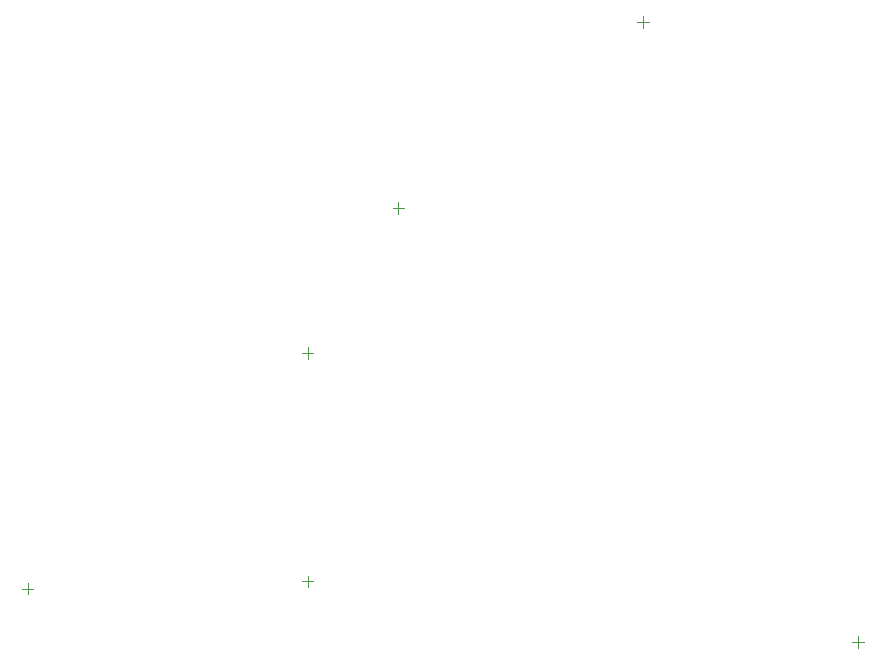
<source format=gbr>
%TF.GenerationSoftware,Altium Limited,Altium Designer,23.0.1 (38)*%
G04 Layer_Color=8388736*
%FSLAX45Y45*%
%MOMM*%
%TF.SameCoordinates,E0F799D9-27B4-45C1-BD14-B3F5E9977550*%
%TF.FilePolarity,Positive*%
%TF.FileFunction,Other,Top_Component_Center*%
%TF.Part,Single*%
G01*
G75*
%TA.AperFunction,NonConductor*%
%ADD119C,0.10000*%
D119*
X7832501Y999998D02*
X7932501D01*
X7882499Y950001D02*
Y1050000D01*
X3990000Y4620001D02*
Y4720001D01*
X3940002Y4669998D02*
X4040002D01*
X3170001Y3445002D02*
X3270001D01*
X3219999Y3395000D02*
Y3494999D01*
X6010001Y6247498D02*
X6110001D01*
X6059998Y6197500D02*
Y6297500D01*
X850001Y1400005D02*
Y1500005D01*
X799998Y1450002D02*
X899998D01*
X3170001Y1510000D02*
X3270001D01*
X3219999Y1460002D02*
Y1560002D01*
%TF.MD5,bb21f78539ea1fbc2e29134bf1487daf*%
M02*

</source>
